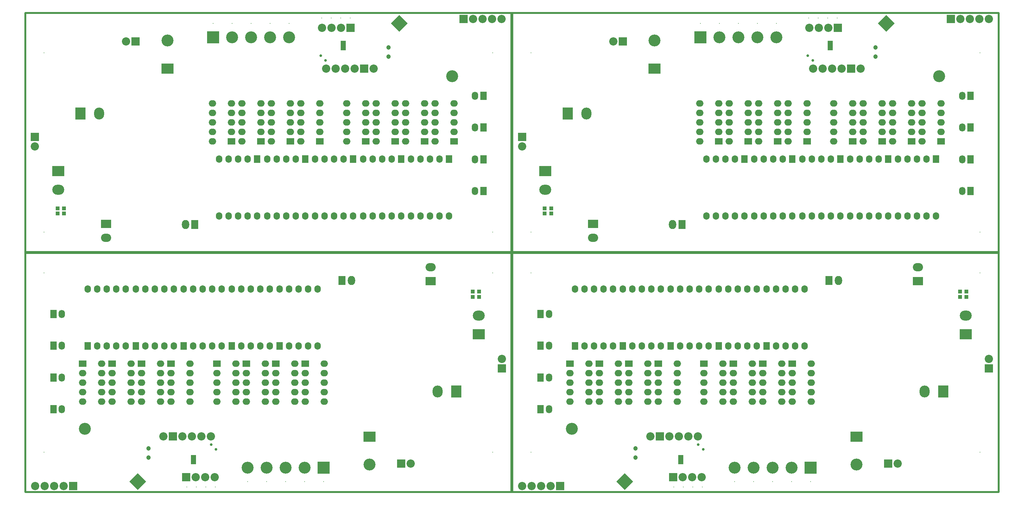
<source format=gbs>
G04*
G04 #@! TF.GenerationSoftware,Altium Limited,Altium Designer,20.0.14 (345)*
G04*
G04 Layer_Color=16711935*
%FSLAX44Y44*%
%MOMM*%
G71*
G01*
G75*
%ADD41C,0.5000*%
%ADD84R,1.4732X0.8382*%
%ADD86R,1.0032X1.1032*%
%ADD116C,2.2032*%
%ADD117R,2.7032X3.2032*%
%ADD118O,2.7032X3.2032*%
%ADD119C,1.2032*%
%ADD120O,3.2032X2.7032*%
%ADD121R,3.2032X2.7032*%
%ADD122R,2.7032X2.2032*%
%ADD123O,2.7032X2.2032*%
%ADD124C,0.2032*%
%ADD125R,2.0032X1.7032*%
%ADD126O,2.0032X1.7032*%
%ADD127O,1.7032X2.0032*%
%ADD128R,1.7032X2.0032*%
%ADD129O,1.9532X2.4532*%
%ADD130R,1.9532X2.4532*%
%ADD131C,3.2032*%
%ADD132R,3.2032X3.2032*%
%ADD133P,4.5300X4X180.0*%
%ADD134R,1.7032X2.2032*%
%ADD135O,1.7032X2.2032*%
%ADD136R,2.2032X2.2032*%
%ADD137R,2.2032X2.2032*%
%ADD138C,0.7032*%
D41*
X0Y0D02*
Y1283000D01*
X2603000D01*
X2603000Y0D01*
X0D02*
X2603000D01*
X-1Y1282500D02*
Y642500D01*
X1299999D02*
X-1D01*
X1300000Y1282500D02*
X1299999Y642500D01*
X1300000Y1282500D02*
X-1D01*
X1302499D02*
Y642500D01*
X2602499D02*
X1302499D01*
X2602500Y1282500D02*
X2602499Y642500D01*
X2602500Y1282500D02*
X1302499D01*
X2602501Y0D02*
Y640000D01*
X1302501D02*
X2602501D01*
X1302500Y0D02*
X1302501Y640000D01*
X1302500Y0D02*
X2602501D01*
X1300001D02*
Y640000D01*
X1D02*
X1300001D01*
X0Y0D02*
X1Y640000D01*
X0Y0D02*
X1300001D01*
D84*
X849999Y1187372D02*
D03*
Y1195500D02*
D03*
Y1203628D02*
D03*
X2152499Y1187372D02*
D03*
Y1195500D02*
D03*
Y1203628D02*
D03*
X1752501Y95128D02*
D03*
Y87000D02*
D03*
Y78872D02*
D03*
X450001Y95128D02*
D03*
Y87000D02*
D03*
Y78872D02*
D03*
D86*
X86459Y759770D02*
D03*
X103459D02*
D03*
X86459Y745770D02*
D03*
X103459D02*
D03*
X1388959Y759770D02*
D03*
X1405959D02*
D03*
X1388959Y745770D02*
D03*
X1405959D02*
D03*
X2516041Y522730D02*
D03*
X2499041D02*
D03*
X2516041Y536730D02*
D03*
X2499041D02*
D03*
X1213541Y522730D02*
D03*
X1196541D02*
D03*
X1213541Y536730D02*
D03*
X1196541D02*
D03*
D116*
X931199Y1133500D02*
D03*
X844399Y1242500D02*
D03*
X818999D02*
D03*
X793599D02*
D03*
X1197599Y1266500D02*
D03*
X1222999Y1266500D02*
D03*
X1248399D02*
D03*
X1273799D02*
D03*
X269559Y1206380D02*
D03*
X25719Y925710D02*
D03*
X804199Y1133500D02*
D03*
X829599D02*
D03*
X854999D02*
D03*
X880399D02*
D03*
X2233699D02*
D03*
X2146899Y1242500D02*
D03*
X2121499D02*
D03*
X2096099D02*
D03*
X2500099Y1266500D02*
D03*
X2525499Y1266500D02*
D03*
X2550899D02*
D03*
X2576299D02*
D03*
X1572059Y1206380D02*
D03*
X1328219Y925710D02*
D03*
X2106699Y1133500D02*
D03*
X2132099D02*
D03*
X2157499D02*
D03*
X2182899D02*
D03*
X1671301Y149000D02*
D03*
X1758101Y40000D02*
D03*
X1783501D02*
D03*
X1808901D02*
D03*
X1404901Y16000D02*
D03*
X1379501Y16000D02*
D03*
X1354101D02*
D03*
X1328701D02*
D03*
X2332941Y76120D02*
D03*
X2576781Y356790D02*
D03*
X1798301Y149000D02*
D03*
X1772901D02*
D03*
X1747501D02*
D03*
X1722101D02*
D03*
X368801D02*
D03*
X455601Y40000D02*
D03*
X481001D02*
D03*
X506401D02*
D03*
X102401Y16000D02*
D03*
X77001Y16000D02*
D03*
X51601D02*
D03*
X26201D02*
D03*
X1030441Y76120D02*
D03*
X1274281Y356790D02*
D03*
X495801Y149000D02*
D03*
X470401D02*
D03*
X445001D02*
D03*
X419601D02*
D03*
D117*
X147639Y1013340D02*
D03*
X1450139D02*
D03*
X2454861Y269160D02*
D03*
X1152361D02*
D03*
D118*
X197639Y1013340D02*
D03*
X1500139D02*
D03*
X2404861Y269160D02*
D03*
X1102361D02*
D03*
D119*
X970999Y1190500D02*
D03*
X970999Y1165500D02*
D03*
X2273499Y1190500D02*
D03*
X2273499Y1165500D02*
D03*
X1631501Y92000D02*
D03*
X1631501Y117000D02*
D03*
X329001Y92000D02*
D03*
X329001Y117000D02*
D03*
D120*
X87949Y809670D02*
D03*
X1390449D02*
D03*
X2514551Y472830D02*
D03*
X1212051D02*
D03*
D121*
X87949Y859670D02*
D03*
X379999Y1134000D02*
D03*
X1390449Y859670D02*
D03*
X1682499Y1134000D02*
D03*
X2514551Y422830D02*
D03*
X2222501Y148500D02*
D03*
X1212051Y422830D02*
D03*
X920001Y148500D02*
D03*
D122*
X215999Y718000D02*
D03*
X1518499D02*
D03*
X2386501Y564500D02*
D03*
X1084001D02*
D03*
D123*
X215999Y680500D02*
D03*
X1518499D02*
D03*
X2386501Y602000D02*
D03*
X1084001D02*
D03*
D124*
X49999Y1175900D02*
D03*
Y695900D02*
D03*
X1249999D02*
D03*
Y1175900D02*
D03*
D03*
Y695900D02*
D03*
X49999D02*
D03*
Y1175900D02*
D03*
X792329Y1269170D02*
D03*
X817729D02*
D03*
X843129Y1269170D02*
D03*
X868529D02*
D03*
X502399Y1254500D02*
D03*
X553199D02*
D03*
X603999D02*
D03*
X654799D02*
D03*
X705599D02*
D03*
X1352499Y1175900D02*
D03*
Y695900D02*
D03*
X2552499D02*
D03*
Y1175900D02*
D03*
D03*
Y695900D02*
D03*
X1352499D02*
D03*
Y1175900D02*
D03*
X2094829Y1269170D02*
D03*
X2120229D02*
D03*
X2145629Y1269170D02*
D03*
X2171029D02*
D03*
X1804899Y1254500D02*
D03*
X1855699D02*
D03*
X1906499D02*
D03*
X1957299D02*
D03*
X2008099D02*
D03*
X2552501Y106600D02*
D03*
Y586600D02*
D03*
X1352501D02*
D03*
Y106600D02*
D03*
D03*
Y586600D02*
D03*
X2552501D02*
D03*
Y106600D02*
D03*
X1810171Y13330D02*
D03*
X1784771D02*
D03*
X1759371Y13330D02*
D03*
X1733971D02*
D03*
X2100101Y28000D02*
D03*
X2049301D02*
D03*
X1998501D02*
D03*
X1947701D02*
D03*
X1896901D02*
D03*
X1250001Y106600D02*
D03*
Y586600D02*
D03*
X50001D02*
D03*
Y106600D02*
D03*
D03*
Y586600D02*
D03*
X1250001D02*
D03*
Y106600D02*
D03*
X507671Y13330D02*
D03*
X482271D02*
D03*
X456871Y13330D02*
D03*
X431471D02*
D03*
X797601Y28000D02*
D03*
X746801D02*
D03*
X696001D02*
D03*
X645201D02*
D03*
X594401D02*
D03*
D125*
X551579Y938934D02*
D03*
X630319D02*
D03*
X709059D02*
D03*
X787799D02*
D03*
X910099D02*
D03*
X988839D02*
D03*
X1067579D02*
D03*
X1146349D02*
D03*
X1854079D02*
D03*
X1932819D02*
D03*
X2011559D02*
D03*
X2090299D02*
D03*
X2212599D02*
D03*
X2291339D02*
D03*
X2370079D02*
D03*
X2448849D02*
D03*
X2050921Y343566D02*
D03*
X1972181D02*
D03*
X1893441D02*
D03*
X1814701D02*
D03*
X1692401D02*
D03*
X1613661D02*
D03*
X1534921D02*
D03*
X1456151D02*
D03*
X748421D02*
D03*
X669681D02*
D03*
X590941D02*
D03*
X512201D02*
D03*
X389901D02*
D03*
X311161D02*
D03*
X232421D02*
D03*
X153651D02*
D03*
D126*
X551579Y964334D02*
D03*
Y989734D02*
D03*
Y1015134D02*
D03*
Y1040534D02*
D03*
X500779Y938934D02*
D03*
Y964334D02*
D03*
Y989734D02*
D03*
Y1015134D02*
D03*
Y1040534D02*
D03*
X630319Y964334D02*
D03*
Y989734D02*
D03*
Y1015134D02*
D03*
Y1040534D02*
D03*
X579519Y938934D02*
D03*
Y964334D02*
D03*
Y989734D02*
D03*
Y1015134D02*
D03*
Y1040534D02*
D03*
X709059Y964334D02*
D03*
Y989734D02*
D03*
Y1015134D02*
D03*
Y1040534D02*
D03*
X658259Y938934D02*
D03*
Y964334D02*
D03*
Y989734D02*
D03*
Y1015134D02*
D03*
Y1040534D02*
D03*
X787799Y964334D02*
D03*
Y989734D02*
D03*
Y1015134D02*
D03*
Y1040534D02*
D03*
X736999Y938934D02*
D03*
Y964334D02*
D03*
Y989734D02*
D03*
Y1015134D02*
D03*
Y1040534D02*
D03*
X910099Y964334D02*
D03*
Y989734D02*
D03*
Y1015134D02*
D03*
Y1040534D02*
D03*
X859299Y938934D02*
D03*
Y964334D02*
D03*
Y989734D02*
D03*
Y1015134D02*
D03*
Y1040534D02*
D03*
X988839Y964334D02*
D03*
Y989734D02*
D03*
Y1015134D02*
D03*
Y1040534D02*
D03*
X938039Y938934D02*
D03*
Y964334D02*
D03*
Y989734D02*
D03*
Y1015134D02*
D03*
Y1040534D02*
D03*
X1067579Y964334D02*
D03*
Y989734D02*
D03*
Y1015134D02*
D03*
Y1040534D02*
D03*
X1016779Y938934D02*
D03*
Y964334D02*
D03*
Y989734D02*
D03*
Y1015134D02*
D03*
Y1040534D02*
D03*
X1146349Y964334D02*
D03*
Y989734D02*
D03*
Y1015134D02*
D03*
Y1040534D02*
D03*
X1095549Y938934D02*
D03*
Y964334D02*
D03*
Y989734D02*
D03*
Y1015134D02*
D03*
Y1040534D02*
D03*
X1854079Y964334D02*
D03*
Y989734D02*
D03*
Y1015134D02*
D03*
Y1040534D02*
D03*
X1803279Y938934D02*
D03*
Y964334D02*
D03*
Y989734D02*
D03*
Y1015134D02*
D03*
Y1040534D02*
D03*
X1932819Y964334D02*
D03*
Y989734D02*
D03*
Y1015134D02*
D03*
Y1040534D02*
D03*
X1882019Y938934D02*
D03*
Y964334D02*
D03*
Y989734D02*
D03*
Y1015134D02*
D03*
Y1040534D02*
D03*
X2011559Y964334D02*
D03*
Y989734D02*
D03*
Y1015134D02*
D03*
Y1040534D02*
D03*
X1960759Y938934D02*
D03*
Y964334D02*
D03*
Y989734D02*
D03*
Y1015134D02*
D03*
Y1040534D02*
D03*
X2090299Y964334D02*
D03*
Y989734D02*
D03*
Y1015134D02*
D03*
Y1040534D02*
D03*
X2039499Y938934D02*
D03*
Y964334D02*
D03*
Y989734D02*
D03*
Y1015134D02*
D03*
Y1040534D02*
D03*
X2212599Y964334D02*
D03*
Y989734D02*
D03*
Y1015134D02*
D03*
Y1040534D02*
D03*
X2161799Y938934D02*
D03*
Y964334D02*
D03*
Y989734D02*
D03*
Y1015134D02*
D03*
Y1040534D02*
D03*
X2291339Y964334D02*
D03*
Y989734D02*
D03*
Y1015134D02*
D03*
Y1040534D02*
D03*
X2240539Y938934D02*
D03*
Y964334D02*
D03*
Y989734D02*
D03*
Y1015134D02*
D03*
Y1040534D02*
D03*
X2370079Y964334D02*
D03*
Y989734D02*
D03*
Y1015134D02*
D03*
Y1040534D02*
D03*
X2319279Y938934D02*
D03*
Y964334D02*
D03*
Y989734D02*
D03*
Y1015134D02*
D03*
Y1040534D02*
D03*
X2448849Y964334D02*
D03*
Y989734D02*
D03*
Y1015134D02*
D03*
Y1040534D02*
D03*
X2398049Y938934D02*
D03*
Y964334D02*
D03*
Y989734D02*
D03*
Y1015134D02*
D03*
Y1040534D02*
D03*
X2050921Y318166D02*
D03*
Y292766D02*
D03*
Y267366D02*
D03*
Y241966D02*
D03*
X2101721Y343566D02*
D03*
Y318166D02*
D03*
Y292766D02*
D03*
Y267366D02*
D03*
Y241966D02*
D03*
X1972181Y318166D02*
D03*
Y292766D02*
D03*
Y267366D02*
D03*
Y241966D02*
D03*
X2022981Y343566D02*
D03*
Y318166D02*
D03*
Y292766D02*
D03*
Y267366D02*
D03*
Y241966D02*
D03*
X1893441Y318166D02*
D03*
Y292766D02*
D03*
Y267366D02*
D03*
Y241966D02*
D03*
X1944241Y343566D02*
D03*
Y318166D02*
D03*
Y292766D02*
D03*
Y267366D02*
D03*
Y241966D02*
D03*
X1814701Y318166D02*
D03*
Y292766D02*
D03*
Y267366D02*
D03*
Y241966D02*
D03*
X1865501Y343566D02*
D03*
Y318166D02*
D03*
Y292766D02*
D03*
Y267366D02*
D03*
Y241966D02*
D03*
X1692401Y318166D02*
D03*
Y292766D02*
D03*
Y267366D02*
D03*
Y241966D02*
D03*
X1743201Y343566D02*
D03*
Y318166D02*
D03*
Y292766D02*
D03*
Y267366D02*
D03*
Y241966D02*
D03*
X1613661Y318166D02*
D03*
Y292766D02*
D03*
Y267366D02*
D03*
Y241966D02*
D03*
X1664461Y343566D02*
D03*
Y318166D02*
D03*
Y292766D02*
D03*
Y267366D02*
D03*
Y241966D02*
D03*
X1534921Y318166D02*
D03*
Y292766D02*
D03*
Y267366D02*
D03*
Y241966D02*
D03*
X1585721Y343566D02*
D03*
Y318166D02*
D03*
Y292766D02*
D03*
Y267366D02*
D03*
Y241966D02*
D03*
X1456151Y318166D02*
D03*
Y292766D02*
D03*
Y267366D02*
D03*
Y241966D02*
D03*
X1506951Y343566D02*
D03*
Y318166D02*
D03*
Y292766D02*
D03*
Y267366D02*
D03*
Y241966D02*
D03*
X748421Y318166D02*
D03*
Y292766D02*
D03*
Y267366D02*
D03*
Y241966D02*
D03*
X799221Y343566D02*
D03*
Y318166D02*
D03*
Y292766D02*
D03*
Y267366D02*
D03*
Y241966D02*
D03*
X669681Y318166D02*
D03*
Y292766D02*
D03*
Y267366D02*
D03*
Y241966D02*
D03*
X720481Y343566D02*
D03*
Y318166D02*
D03*
Y292766D02*
D03*
Y267366D02*
D03*
Y241966D02*
D03*
X590941Y318166D02*
D03*
Y292766D02*
D03*
Y267366D02*
D03*
Y241966D02*
D03*
X641741Y343566D02*
D03*
Y318166D02*
D03*
Y292766D02*
D03*
Y267366D02*
D03*
Y241966D02*
D03*
X512201Y318166D02*
D03*
Y292766D02*
D03*
Y267366D02*
D03*
Y241966D02*
D03*
X563001Y343566D02*
D03*
Y318166D02*
D03*
Y292766D02*
D03*
Y267366D02*
D03*
Y241966D02*
D03*
X389901Y318166D02*
D03*
Y292766D02*
D03*
Y267366D02*
D03*
Y241966D02*
D03*
X440701Y343566D02*
D03*
Y318166D02*
D03*
Y292766D02*
D03*
Y267366D02*
D03*
Y241966D02*
D03*
X311161Y318166D02*
D03*
Y292766D02*
D03*
Y267366D02*
D03*
Y241966D02*
D03*
X361961Y343566D02*
D03*
Y318166D02*
D03*
Y292766D02*
D03*
Y267366D02*
D03*
Y241966D02*
D03*
X232421Y318166D02*
D03*
Y292766D02*
D03*
Y267366D02*
D03*
Y241966D02*
D03*
X283221Y343566D02*
D03*
Y318166D02*
D03*
Y292766D02*
D03*
Y267366D02*
D03*
Y241966D02*
D03*
X153651Y318166D02*
D03*
Y292766D02*
D03*
Y267366D02*
D03*
Y241966D02*
D03*
X204451Y343566D02*
D03*
Y318166D02*
D03*
Y292766D02*
D03*
Y267366D02*
D03*
Y241966D02*
D03*
D127*
X518479Y739094D02*
D03*
X543879D02*
D03*
X569279D02*
D03*
X594679D02*
D03*
X620079D02*
D03*
X518479Y891494D02*
D03*
X543879D02*
D03*
X569279D02*
D03*
X594679D02*
D03*
X646749Y739094D02*
D03*
X672149D02*
D03*
X697549D02*
D03*
X722949D02*
D03*
X748349D02*
D03*
X646749Y891494D02*
D03*
X672149D02*
D03*
X697549D02*
D03*
X722949D02*
D03*
X775019Y739094D02*
D03*
X800419D02*
D03*
X825819D02*
D03*
X851219D02*
D03*
X876619D02*
D03*
X775019Y891494D02*
D03*
X800419D02*
D03*
X825819D02*
D03*
X851219D02*
D03*
X903289Y739094D02*
D03*
X928689D02*
D03*
X954089D02*
D03*
X979489D02*
D03*
X1004889D02*
D03*
X903289Y891494D02*
D03*
X928689D02*
D03*
X954089D02*
D03*
X979489D02*
D03*
X1031349Y739034D02*
D03*
X1056749D02*
D03*
X1082149D02*
D03*
X1107549D02*
D03*
X1132949D02*
D03*
X1031349Y891434D02*
D03*
X1056749D02*
D03*
X1082149D02*
D03*
X1107549D02*
D03*
X1820979Y739094D02*
D03*
X1846379D02*
D03*
X1871779D02*
D03*
X1897179D02*
D03*
X1922579D02*
D03*
X1820979Y891494D02*
D03*
X1846379D02*
D03*
X1871779D02*
D03*
X1897179D02*
D03*
X1949249Y739094D02*
D03*
X1974649D02*
D03*
X2000049D02*
D03*
X2025449D02*
D03*
X2050849D02*
D03*
X1949249Y891494D02*
D03*
X1974649D02*
D03*
X2000049D02*
D03*
X2025449D02*
D03*
X2077519Y739094D02*
D03*
X2102919D02*
D03*
X2128319D02*
D03*
X2153719D02*
D03*
X2179119D02*
D03*
X2077519Y891494D02*
D03*
X2102919D02*
D03*
X2128319D02*
D03*
X2153719D02*
D03*
X2205789Y739094D02*
D03*
X2231189D02*
D03*
X2256589D02*
D03*
X2281989D02*
D03*
X2307389D02*
D03*
X2205789Y891494D02*
D03*
X2231189D02*
D03*
X2256589D02*
D03*
X2281989D02*
D03*
X2333849Y739034D02*
D03*
X2359249D02*
D03*
X2384649D02*
D03*
X2410049D02*
D03*
X2435449D02*
D03*
X2333849Y891434D02*
D03*
X2359249D02*
D03*
X2384649D02*
D03*
X2410049D02*
D03*
X2084021Y543406D02*
D03*
X2058621D02*
D03*
X2033221D02*
D03*
X2007821D02*
D03*
X1982421D02*
D03*
X2084021Y391006D02*
D03*
X2058621D02*
D03*
X2033221D02*
D03*
X2007821D02*
D03*
X1955751Y543406D02*
D03*
X1930351D02*
D03*
X1904951D02*
D03*
X1879551D02*
D03*
X1854151D02*
D03*
X1955751Y391006D02*
D03*
X1930351D02*
D03*
X1904951D02*
D03*
X1879551D02*
D03*
X1827481Y543406D02*
D03*
X1802081D02*
D03*
X1776681D02*
D03*
X1751281D02*
D03*
X1725881D02*
D03*
X1827481Y391006D02*
D03*
X1802081D02*
D03*
X1776681D02*
D03*
X1751281D02*
D03*
X1699211Y543406D02*
D03*
X1673811D02*
D03*
X1648411D02*
D03*
X1623011D02*
D03*
X1597611D02*
D03*
X1699211Y391006D02*
D03*
X1673811D02*
D03*
X1648411D02*
D03*
X1623011D02*
D03*
X1571151Y543466D02*
D03*
X1545751D02*
D03*
X1520351D02*
D03*
X1494951D02*
D03*
X1469551D02*
D03*
X1571151Y391066D02*
D03*
X1545751D02*
D03*
X1520351D02*
D03*
X1494951D02*
D03*
X781521Y543406D02*
D03*
X756121D02*
D03*
X730721D02*
D03*
X705321D02*
D03*
X679921D02*
D03*
X781521Y391006D02*
D03*
X756121D02*
D03*
X730721D02*
D03*
X705321D02*
D03*
X653251Y543406D02*
D03*
X627851D02*
D03*
X602451D02*
D03*
X577051D02*
D03*
X551651D02*
D03*
X653251Y391006D02*
D03*
X627851D02*
D03*
X602451D02*
D03*
X577051D02*
D03*
X524981Y543406D02*
D03*
X499581D02*
D03*
X474181D02*
D03*
X448781D02*
D03*
X423381D02*
D03*
X524981Y391006D02*
D03*
X499581D02*
D03*
X474181D02*
D03*
X448781D02*
D03*
X396711Y543406D02*
D03*
X371311D02*
D03*
X345911D02*
D03*
X320511D02*
D03*
X295111D02*
D03*
X396711Y391006D02*
D03*
X371311D02*
D03*
X345911D02*
D03*
X320511D02*
D03*
X268651Y543466D02*
D03*
X243251D02*
D03*
X217851D02*
D03*
X192451D02*
D03*
X167051D02*
D03*
X268651Y391066D02*
D03*
X243251D02*
D03*
X217851D02*
D03*
X192451D02*
D03*
D128*
X620079Y891494D02*
D03*
X748349D02*
D03*
X876619D02*
D03*
X1004889D02*
D03*
X1132949Y891434D02*
D03*
X1922579Y891494D02*
D03*
X2050849D02*
D03*
X2179119D02*
D03*
X2307389D02*
D03*
X2435449Y891434D02*
D03*
X1982421Y391006D02*
D03*
X1854151D02*
D03*
X1725881D02*
D03*
X1597611D02*
D03*
X1469551Y391066D02*
D03*
X679921Y391006D02*
D03*
X551651D02*
D03*
X423381D02*
D03*
X295111D02*
D03*
X167051Y391066D02*
D03*
D129*
X428309Y716160D02*
D03*
X1730809D02*
D03*
X2174191Y566340D02*
D03*
X871691D02*
D03*
D130*
X453309Y716160D02*
D03*
X1755809D02*
D03*
X2149191Y566340D02*
D03*
X846691D02*
D03*
D131*
X603999Y1217670D02*
D03*
X553199D02*
D03*
X654799D02*
D03*
X705599D02*
D03*
X1140999Y1113500D02*
D03*
X379999Y1209000D02*
D03*
X1906499Y1217670D02*
D03*
X1855699D02*
D03*
X1957299D02*
D03*
X2008099D02*
D03*
X2443499Y1113500D02*
D03*
X1682499Y1209000D02*
D03*
X1998501Y64830D02*
D03*
X2049301D02*
D03*
X1947701D02*
D03*
X1896901D02*
D03*
X1461501Y169000D02*
D03*
X2222501Y73500D02*
D03*
X696001Y64830D02*
D03*
X746801D02*
D03*
X645201D02*
D03*
X594401D02*
D03*
X159001Y169000D02*
D03*
X920001Y73500D02*
D03*
D132*
X502399Y1217670D02*
D03*
X1804899D02*
D03*
X2100101Y64830D02*
D03*
X797601D02*
D03*
D133*
X999578Y1254921D02*
D03*
X2302078D02*
D03*
X1602922Y27579D02*
D03*
X300422D02*
D03*
D134*
X1224999Y805900D02*
D03*
Y890900D02*
D03*
Y975900D02*
D03*
Y1060900D02*
D03*
X2527499Y805900D02*
D03*
Y890900D02*
D03*
Y975900D02*
D03*
Y1060900D02*
D03*
X1377501Y476600D02*
D03*
Y391600D02*
D03*
Y306600D02*
D03*
Y221600D02*
D03*
X75001Y476600D02*
D03*
Y391600D02*
D03*
Y306600D02*
D03*
Y221600D02*
D03*
D135*
X1202499Y805900D02*
D03*
Y890900D02*
D03*
Y975900D02*
D03*
Y1060900D02*
D03*
X2504999Y805900D02*
D03*
Y890900D02*
D03*
Y975900D02*
D03*
Y1060900D02*
D03*
X1400001Y476600D02*
D03*
Y391600D02*
D03*
Y306600D02*
D03*
Y221600D02*
D03*
X97501Y476600D02*
D03*
Y391600D02*
D03*
Y306600D02*
D03*
Y221600D02*
D03*
D136*
X869799Y1242500D02*
D03*
X1172199Y1266500D02*
D03*
X294959Y1206380D02*
D03*
X905799Y1133500D02*
D03*
X2172299Y1242500D02*
D03*
X2474699Y1266500D02*
D03*
X1597459Y1206380D02*
D03*
X2208299Y1133500D02*
D03*
X1732701Y40000D02*
D03*
X1430301Y16000D02*
D03*
X2307541Y76120D02*
D03*
X1696701Y149000D02*
D03*
X430201Y40000D02*
D03*
X127801Y16000D02*
D03*
X1005041Y76120D02*
D03*
X394201Y149000D02*
D03*
D137*
X25719Y951110D02*
D03*
X1328219D02*
D03*
X2576781Y331390D02*
D03*
X1274281D02*
D03*
D138*
X789999Y1168500D02*
D03*
X802999Y1155500D02*
D03*
X2092499Y1168500D02*
D03*
X2105499Y1155500D02*
D03*
X1812501Y114000D02*
D03*
X1799501Y127000D02*
D03*
X510001Y114000D02*
D03*
X497001Y127000D02*
D03*
M02*

</source>
